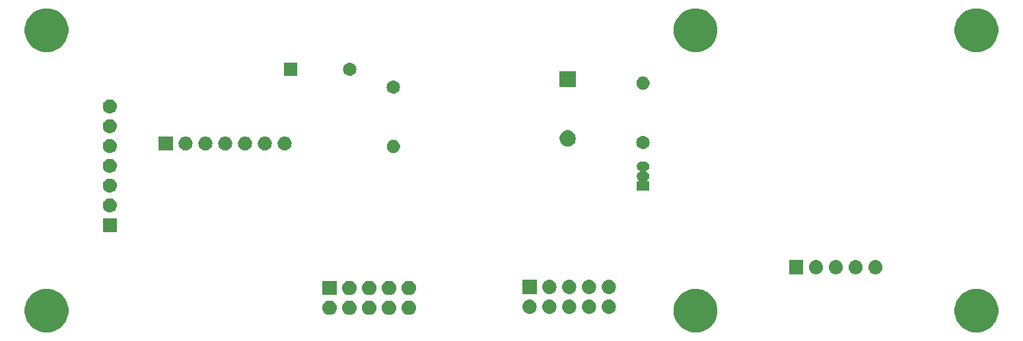
<source format=gts>
G04 #@! TF.GenerationSoftware,KiCad,Pcbnew,5.0.2-bee76a0~70~ubuntu18.04.1*
G04 #@! TF.CreationDate,2019-01-15T17:32:11-08:00*
G04 #@! TF.ProjectId,Marlin_UIBOX,4d61726c-696e-45f5-9549-424f582e6b69,rev?*
G04 #@! TF.SameCoordinates,PX55c0260PY70276d0*
G04 #@! TF.FileFunction,Soldermask,Top*
G04 #@! TF.FilePolarity,Negative*
%FSLAX46Y46*%
G04 Gerber Fmt 4.6, Leading zero omitted, Abs format (unit mm)*
G04 Created by KiCad (PCBNEW 5.0.2-bee76a0~70~ubuntu18.04.1) date Tue 15 Jan 2019 05:32:11 PM PST*
%MOMM*%
%LPD*%
G01*
G04 APERTURE LIST*
%ADD10C,0.100000*%
G04 APERTURE END LIST*
D10*
G36*
X6151021Y5995360D02*
X6660770Y5784215D01*
X6813692Y5682036D01*
X7119534Y5477679D01*
X7509679Y5087534D01*
X7714036Y4781692D01*
X7816215Y4628770D01*
X8027360Y4119021D01*
X8135000Y3577876D01*
X8135000Y3026124D01*
X8027360Y2484979D01*
X7816215Y1975230D01*
X7816214Y1975229D01*
X7509679Y1516466D01*
X7119534Y1126321D01*
X6813692Y921964D01*
X6660770Y819785D01*
X6151021Y608640D01*
X5609876Y501000D01*
X5058124Y501000D01*
X4516979Y608640D01*
X4007230Y819785D01*
X3854308Y921964D01*
X3548466Y1126321D01*
X3158321Y1516466D01*
X2851786Y1975229D01*
X2851785Y1975230D01*
X2640640Y2484979D01*
X2533000Y3026124D01*
X2533000Y3577876D01*
X2640640Y4119021D01*
X2851785Y4628770D01*
X2953964Y4781692D01*
X3158321Y5087534D01*
X3548466Y5477679D01*
X3854308Y5682036D01*
X4007230Y5784215D01*
X4516979Y5995360D01*
X5058124Y6103000D01*
X5609876Y6103000D01*
X6151021Y5995360D01*
X6151021Y5995360D01*
G37*
G36*
X125351021Y5995360D02*
X125860770Y5784215D01*
X126013692Y5682036D01*
X126319534Y5477679D01*
X126709679Y5087534D01*
X126914036Y4781692D01*
X127016215Y4628770D01*
X127227360Y4119021D01*
X127335000Y3577876D01*
X127335000Y3026124D01*
X127227360Y2484979D01*
X127016215Y1975230D01*
X127016214Y1975229D01*
X126709679Y1516466D01*
X126319534Y1126321D01*
X126013692Y921964D01*
X125860770Y819785D01*
X125351021Y608640D01*
X124809876Y501000D01*
X124258124Y501000D01*
X123716979Y608640D01*
X123207230Y819785D01*
X123054308Y921964D01*
X122748466Y1126321D01*
X122358321Y1516466D01*
X122051786Y1975229D01*
X122051785Y1975230D01*
X121840640Y2484979D01*
X121733000Y3026124D01*
X121733000Y3577876D01*
X121840640Y4119021D01*
X122051785Y4628770D01*
X122153964Y4781692D01*
X122358321Y5087534D01*
X122748466Y5477679D01*
X123054308Y5682036D01*
X123207230Y5784215D01*
X123716979Y5995360D01*
X124258124Y6103000D01*
X124809876Y6103000D01*
X125351021Y5995360D01*
X125351021Y5995360D01*
G37*
G36*
X89351021Y5995360D02*
X89860770Y5784215D01*
X90013692Y5682036D01*
X90319534Y5477679D01*
X90709679Y5087534D01*
X90914036Y4781692D01*
X91016215Y4628770D01*
X91227360Y4119021D01*
X91335000Y3577876D01*
X91335000Y3026124D01*
X91227360Y2484979D01*
X91016215Y1975230D01*
X91016214Y1975229D01*
X90709679Y1516466D01*
X90319534Y1126321D01*
X90013692Y921964D01*
X89860770Y819785D01*
X89351021Y608640D01*
X88809876Y501000D01*
X88258124Y501000D01*
X87716979Y608640D01*
X87207230Y819785D01*
X87054308Y921964D01*
X86748466Y1126321D01*
X86358321Y1516466D01*
X86051786Y1975229D01*
X86051785Y1975230D01*
X85840640Y2484979D01*
X85733000Y3026124D01*
X85733000Y3577876D01*
X85840640Y4119021D01*
X86051785Y4628770D01*
X86153964Y4781692D01*
X86358321Y5087534D01*
X86748466Y5477679D01*
X87054308Y5682036D01*
X87207230Y5784215D01*
X87716979Y5995360D01*
X88258124Y6103000D01*
X88809876Y6103000D01*
X89351021Y5995360D01*
X89351021Y5995360D01*
G37*
G36*
X44326294Y4584367D02*
X44498694Y4532069D01*
X44498696Y4532068D01*
X44657583Y4447141D01*
X44796849Y4332849D01*
X44911141Y4193583D01*
X44950995Y4119021D01*
X44996069Y4034694D01*
X45048367Y3862294D01*
X45066025Y3683000D01*
X45048367Y3503706D01*
X44996069Y3331306D01*
X44996068Y3331304D01*
X44911141Y3172417D01*
X44796849Y3033151D01*
X44657583Y2918859D01*
X44613694Y2895400D01*
X44498694Y2833931D01*
X44326294Y2781633D01*
X44191931Y2768400D01*
X44102069Y2768400D01*
X43967706Y2781633D01*
X43795306Y2833931D01*
X43680306Y2895400D01*
X43636417Y2918859D01*
X43497151Y3033151D01*
X43382859Y3172417D01*
X43297932Y3331304D01*
X43297931Y3331306D01*
X43245633Y3503706D01*
X43227975Y3683000D01*
X43245633Y3862294D01*
X43297931Y4034694D01*
X43343005Y4119021D01*
X43382859Y4193583D01*
X43497151Y4332849D01*
X43636417Y4447141D01*
X43795304Y4532068D01*
X43795306Y4532069D01*
X43967706Y4584367D01*
X44102069Y4597600D01*
X44191931Y4597600D01*
X44326294Y4584367D01*
X44326294Y4584367D01*
G37*
G36*
X51946294Y4584367D02*
X52118694Y4532069D01*
X52118696Y4532068D01*
X52277583Y4447141D01*
X52416849Y4332849D01*
X52531141Y4193583D01*
X52570995Y4119021D01*
X52616069Y4034694D01*
X52668367Y3862294D01*
X52686025Y3683000D01*
X52668367Y3503706D01*
X52616069Y3331306D01*
X52616068Y3331304D01*
X52531141Y3172417D01*
X52416849Y3033151D01*
X52277583Y2918859D01*
X52233694Y2895400D01*
X52118694Y2833931D01*
X51946294Y2781633D01*
X51811931Y2768400D01*
X51722069Y2768400D01*
X51587706Y2781633D01*
X51415306Y2833931D01*
X51300306Y2895400D01*
X51256417Y2918859D01*
X51117151Y3033151D01*
X51002859Y3172417D01*
X50917932Y3331304D01*
X50917931Y3331306D01*
X50865633Y3503706D01*
X50847975Y3683000D01*
X50865633Y3862294D01*
X50917931Y4034694D01*
X50963005Y4119021D01*
X51002859Y4193583D01*
X51117151Y4332849D01*
X51256417Y4447141D01*
X51415304Y4532068D01*
X51415306Y4532069D01*
X51587706Y4584367D01*
X51722069Y4597600D01*
X51811931Y4597600D01*
X51946294Y4584367D01*
X51946294Y4584367D01*
G37*
G36*
X41786294Y4584367D02*
X41958694Y4532069D01*
X41958696Y4532068D01*
X42117583Y4447141D01*
X42256849Y4332849D01*
X42371141Y4193583D01*
X42410995Y4119021D01*
X42456069Y4034694D01*
X42508367Y3862294D01*
X42526025Y3683000D01*
X42508367Y3503706D01*
X42456069Y3331306D01*
X42456068Y3331304D01*
X42371141Y3172417D01*
X42256849Y3033151D01*
X42117583Y2918859D01*
X42073694Y2895400D01*
X41958694Y2833931D01*
X41786294Y2781633D01*
X41651931Y2768400D01*
X41562069Y2768400D01*
X41427706Y2781633D01*
X41255306Y2833931D01*
X41140306Y2895400D01*
X41096417Y2918859D01*
X40957151Y3033151D01*
X40842859Y3172417D01*
X40757932Y3331304D01*
X40757931Y3331306D01*
X40705633Y3503706D01*
X40687975Y3683000D01*
X40705633Y3862294D01*
X40757931Y4034694D01*
X40803005Y4119021D01*
X40842859Y4193583D01*
X40957151Y4332849D01*
X41096417Y4447141D01*
X41255304Y4532068D01*
X41255306Y4532069D01*
X41427706Y4584367D01*
X41562069Y4597600D01*
X41651931Y4597600D01*
X41786294Y4584367D01*
X41786294Y4584367D01*
G37*
G36*
X46866294Y4584367D02*
X47038694Y4532069D01*
X47038696Y4532068D01*
X47197583Y4447141D01*
X47336849Y4332849D01*
X47451141Y4193583D01*
X47490995Y4119021D01*
X47536069Y4034694D01*
X47588367Y3862294D01*
X47606025Y3683000D01*
X47588367Y3503706D01*
X47536069Y3331306D01*
X47536068Y3331304D01*
X47451141Y3172417D01*
X47336849Y3033151D01*
X47197583Y2918859D01*
X47153694Y2895400D01*
X47038694Y2833931D01*
X46866294Y2781633D01*
X46731931Y2768400D01*
X46642069Y2768400D01*
X46507706Y2781633D01*
X46335306Y2833931D01*
X46220306Y2895400D01*
X46176417Y2918859D01*
X46037151Y3033151D01*
X45922859Y3172417D01*
X45837932Y3331304D01*
X45837931Y3331306D01*
X45785633Y3503706D01*
X45767975Y3683000D01*
X45785633Y3862294D01*
X45837931Y4034694D01*
X45883005Y4119021D01*
X45922859Y4193583D01*
X46037151Y4332849D01*
X46176417Y4447141D01*
X46335304Y4532068D01*
X46335306Y4532069D01*
X46507706Y4584367D01*
X46642069Y4597600D01*
X46731931Y4597600D01*
X46866294Y4584367D01*
X46866294Y4584367D01*
G37*
G36*
X49406294Y4584367D02*
X49578694Y4532069D01*
X49578696Y4532068D01*
X49737583Y4447141D01*
X49876849Y4332849D01*
X49991141Y4193583D01*
X50030995Y4119021D01*
X50076069Y4034694D01*
X50128367Y3862294D01*
X50146025Y3683000D01*
X50128367Y3503706D01*
X50076069Y3331306D01*
X50076068Y3331304D01*
X49991141Y3172417D01*
X49876849Y3033151D01*
X49737583Y2918859D01*
X49693694Y2895400D01*
X49578694Y2833931D01*
X49406294Y2781633D01*
X49271931Y2768400D01*
X49182069Y2768400D01*
X49047706Y2781633D01*
X48875306Y2833931D01*
X48760306Y2895400D01*
X48716417Y2918859D01*
X48577151Y3033151D01*
X48462859Y3172417D01*
X48377932Y3331304D01*
X48377931Y3331306D01*
X48325633Y3503706D01*
X48307975Y3683000D01*
X48325633Y3862294D01*
X48377931Y4034694D01*
X48423005Y4119021D01*
X48462859Y4193583D01*
X48577151Y4332849D01*
X48716417Y4447141D01*
X48875304Y4532068D01*
X48875306Y4532069D01*
X49047706Y4584367D01*
X49182069Y4597600D01*
X49271931Y4597600D01*
X49406294Y4584367D01*
X49406294Y4584367D01*
G37*
G36*
X69966294Y4711367D02*
X70138694Y4659069D01*
X70138696Y4659068D01*
X70297583Y4574141D01*
X70436849Y4459849D01*
X70541075Y4332849D01*
X70551140Y4320584D01*
X70636069Y4161694D01*
X70688367Y3989294D01*
X70706025Y3810000D01*
X70688367Y3630706D01*
X70649841Y3503706D01*
X70636068Y3458304D01*
X70551141Y3299417D01*
X70436849Y3160151D01*
X70297583Y3045859D01*
X70260665Y3026126D01*
X70138694Y2960931D01*
X69966294Y2908633D01*
X69831931Y2895400D01*
X69742069Y2895400D01*
X69607706Y2908633D01*
X69435306Y2960931D01*
X69313335Y3026126D01*
X69276417Y3045859D01*
X69137151Y3160151D01*
X69022859Y3299417D01*
X68937932Y3458304D01*
X68924159Y3503706D01*
X68885633Y3630706D01*
X68867975Y3810000D01*
X68885633Y3989294D01*
X68937931Y4161694D01*
X69022860Y4320584D01*
X69032926Y4332849D01*
X69137151Y4459849D01*
X69276417Y4574141D01*
X69435304Y4659068D01*
X69435306Y4659069D01*
X69607706Y4711367D01*
X69742069Y4724600D01*
X69831931Y4724600D01*
X69966294Y4711367D01*
X69966294Y4711367D01*
G37*
G36*
X72506294Y4711367D02*
X72678694Y4659069D01*
X72678696Y4659068D01*
X72837583Y4574141D01*
X72976849Y4459849D01*
X73081075Y4332849D01*
X73091140Y4320584D01*
X73176069Y4161694D01*
X73228367Y3989294D01*
X73246025Y3810000D01*
X73228367Y3630706D01*
X73189841Y3503706D01*
X73176068Y3458304D01*
X73091141Y3299417D01*
X72976849Y3160151D01*
X72837583Y3045859D01*
X72800665Y3026126D01*
X72678694Y2960931D01*
X72506294Y2908633D01*
X72371931Y2895400D01*
X72282069Y2895400D01*
X72147706Y2908633D01*
X71975306Y2960931D01*
X71853335Y3026126D01*
X71816417Y3045859D01*
X71677151Y3160151D01*
X71562859Y3299417D01*
X71477932Y3458304D01*
X71464159Y3503706D01*
X71425633Y3630706D01*
X71407975Y3810000D01*
X71425633Y3989294D01*
X71477931Y4161694D01*
X71562860Y4320584D01*
X71572926Y4332849D01*
X71677151Y4459849D01*
X71816417Y4574141D01*
X71975304Y4659068D01*
X71975306Y4659069D01*
X72147706Y4711367D01*
X72282069Y4724600D01*
X72371931Y4724600D01*
X72506294Y4711367D01*
X72506294Y4711367D01*
G37*
G36*
X75046294Y4711367D02*
X75218694Y4659069D01*
X75218696Y4659068D01*
X75377583Y4574141D01*
X75516849Y4459849D01*
X75621075Y4332849D01*
X75631140Y4320584D01*
X75716069Y4161694D01*
X75768367Y3989294D01*
X75786025Y3810000D01*
X75768367Y3630706D01*
X75729841Y3503706D01*
X75716068Y3458304D01*
X75631141Y3299417D01*
X75516849Y3160151D01*
X75377583Y3045859D01*
X75340665Y3026126D01*
X75218694Y2960931D01*
X75046294Y2908633D01*
X74911931Y2895400D01*
X74822069Y2895400D01*
X74687706Y2908633D01*
X74515306Y2960931D01*
X74393335Y3026126D01*
X74356417Y3045859D01*
X74217151Y3160151D01*
X74102859Y3299417D01*
X74017932Y3458304D01*
X74004159Y3503706D01*
X73965633Y3630706D01*
X73947975Y3810000D01*
X73965633Y3989294D01*
X74017931Y4161694D01*
X74102860Y4320584D01*
X74112926Y4332849D01*
X74217151Y4459849D01*
X74356417Y4574141D01*
X74515304Y4659068D01*
X74515306Y4659069D01*
X74687706Y4711367D01*
X74822069Y4724600D01*
X74911931Y4724600D01*
X75046294Y4711367D01*
X75046294Y4711367D01*
G37*
G36*
X77586294Y4711367D02*
X77758694Y4659069D01*
X77758696Y4659068D01*
X77917583Y4574141D01*
X78056849Y4459849D01*
X78161075Y4332849D01*
X78171140Y4320584D01*
X78256069Y4161694D01*
X78308367Y3989294D01*
X78326025Y3810000D01*
X78308367Y3630706D01*
X78269841Y3503706D01*
X78256068Y3458304D01*
X78171141Y3299417D01*
X78056849Y3160151D01*
X77917583Y3045859D01*
X77880665Y3026126D01*
X77758694Y2960931D01*
X77586294Y2908633D01*
X77451931Y2895400D01*
X77362069Y2895400D01*
X77227706Y2908633D01*
X77055306Y2960931D01*
X76933335Y3026126D01*
X76896417Y3045859D01*
X76757151Y3160151D01*
X76642859Y3299417D01*
X76557932Y3458304D01*
X76544159Y3503706D01*
X76505633Y3630706D01*
X76487975Y3810000D01*
X76505633Y3989294D01*
X76557931Y4161694D01*
X76642860Y4320584D01*
X76652926Y4332849D01*
X76757151Y4459849D01*
X76896417Y4574141D01*
X77055304Y4659068D01*
X77055306Y4659069D01*
X77227706Y4711367D01*
X77362069Y4724600D01*
X77451931Y4724600D01*
X77586294Y4711367D01*
X77586294Y4711367D01*
G37*
G36*
X67426294Y4711367D02*
X67598694Y4659069D01*
X67598696Y4659068D01*
X67757583Y4574141D01*
X67896849Y4459849D01*
X68001075Y4332849D01*
X68011140Y4320584D01*
X68096069Y4161694D01*
X68148367Y3989294D01*
X68166025Y3810000D01*
X68148367Y3630706D01*
X68109841Y3503706D01*
X68096068Y3458304D01*
X68011141Y3299417D01*
X67896849Y3160151D01*
X67757583Y3045859D01*
X67720665Y3026126D01*
X67598694Y2960931D01*
X67426294Y2908633D01*
X67291931Y2895400D01*
X67202069Y2895400D01*
X67067706Y2908633D01*
X66895306Y2960931D01*
X66773335Y3026126D01*
X66736417Y3045859D01*
X66597151Y3160151D01*
X66482859Y3299417D01*
X66397932Y3458304D01*
X66384159Y3503706D01*
X66345633Y3630706D01*
X66327975Y3810000D01*
X66345633Y3989294D01*
X66397931Y4161694D01*
X66482860Y4320584D01*
X66492926Y4332849D01*
X66597151Y4459849D01*
X66736417Y4574141D01*
X66895304Y4659068D01*
X66895306Y4659069D01*
X67067706Y4711367D01*
X67202069Y4724600D01*
X67291931Y4724600D01*
X67426294Y4711367D01*
X67426294Y4711367D01*
G37*
G36*
X51946294Y7124367D02*
X52118694Y7072069D01*
X52118696Y7072068D01*
X52277583Y6987141D01*
X52277585Y6987140D01*
X52277584Y6987140D01*
X52416849Y6872849D01*
X52531140Y6733584D01*
X52616069Y6574694D01*
X52668367Y6402294D01*
X52686025Y6223000D01*
X52668367Y6043706D01*
X52616069Y5871306D01*
X52616068Y5871304D01*
X52531141Y5712417D01*
X52416849Y5573151D01*
X52277583Y5458859D01*
X52233694Y5435400D01*
X52118694Y5373931D01*
X51946294Y5321633D01*
X51811931Y5308400D01*
X51722069Y5308400D01*
X51587706Y5321633D01*
X51415306Y5373931D01*
X51300306Y5435400D01*
X51256417Y5458859D01*
X51117151Y5573151D01*
X51002859Y5712417D01*
X50917932Y5871304D01*
X50917931Y5871306D01*
X50865633Y6043706D01*
X50847975Y6223000D01*
X50865633Y6402294D01*
X50917931Y6574694D01*
X51002860Y6733584D01*
X51117151Y6872849D01*
X51256416Y6987140D01*
X51256415Y6987140D01*
X51256417Y6987141D01*
X51415304Y7072068D01*
X51415306Y7072069D01*
X51587706Y7124367D01*
X51722069Y7137600D01*
X51811931Y7137600D01*
X51946294Y7124367D01*
X51946294Y7124367D01*
G37*
G36*
X42521600Y5308400D02*
X40692400Y5308400D01*
X40692400Y7137600D01*
X42521600Y7137600D01*
X42521600Y5308400D01*
X42521600Y5308400D01*
G37*
G36*
X44326294Y7124367D02*
X44498694Y7072069D01*
X44498696Y7072068D01*
X44657583Y6987141D01*
X44657585Y6987140D01*
X44657584Y6987140D01*
X44796849Y6872849D01*
X44911140Y6733584D01*
X44996069Y6574694D01*
X45048367Y6402294D01*
X45066025Y6223000D01*
X45048367Y6043706D01*
X44996069Y5871306D01*
X44996068Y5871304D01*
X44911141Y5712417D01*
X44796849Y5573151D01*
X44657583Y5458859D01*
X44613694Y5435400D01*
X44498694Y5373931D01*
X44326294Y5321633D01*
X44191931Y5308400D01*
X44102069Y5308400D01*
X43967706Y5321633D01*
X43795306Y5373931D01*
X43680306Y5435400D01*
X43636417Y5458859D01*
X43497151Y5573151D01*
X43382859Y5712417D01*
X43297932Y5871304D01*
X43297931Y5871306D01*
X43245633Y6043706D01*
X43227975Y6223000D01*
X43245633Y6402294D01*
X43297931Y6574694D01*
X43382860Y6733584D01*
X43497151Y6872849D01*
X43636416Y6987140D01*
X43636415Y6987140D01*
X43636417Y6987141D01*
X43795304Y7072068D01*
X43795306Y7072069D01*
X43967706Y7124367D01*
X44102069Y7137600D01*
X44191931Y7137600D01*
X44326294Y7124367D01*
X44326294Y7124367D01*
G37*
G36*
X46866294Y7124367D02*
X47038694Y7072069D01*
X47038696Y7072068D01*
X47197583Y6987141D01*
X47197585Y6987140D01*
X47197584Y6987140D01*
X47336849Y6872849D01*
X47451140Y6733584D01*
X47536069Y6574694D01*
X47588367Y6402294D01*
X47606025Y6223000D01*
X47588367Y6043706D01*
X47536069Y5871306D01*
X47536068Y5871304D01*
X47451141Y5712417D01*
X47336849Y5573151D01*
X47197583Y5458859D01*
X47153694Y5435400D01*
X47038694Y5373931D01*
X46866294Y5321633D01*
X46731931Y5308400D01*
X46642069Y5308400D01*
X46507706Y5321633D01*
X46335306Y5373931D01*
X46220306Y5435400D01*
X46176417Y5458859D01*
X46037151Y5573151D01*
X45922859Y5712417D01*
X45837932Y5871304D01*
X45837931Y5871306D01*
X45785633Y6043706D01*
X45767975Y6223000D01*
X45785633Y6402294D01*
X45837931Y6574694D01*
X45922860Y6733584D01*
X46037151Y6872849D01*
X46176416Y6987140D01*
X46176415Y6987140D01*
X46176417Y6987141D01*
X46335304Y7072068D01*
X46335306Y7072069D01*
X46507706Y7124367D01*
X46642069Y7137600D01*
X46731931Y7137600D01*
X46866294Y7124367D01*
X46866294Y7124367D01*
G37*
G36*
X49406294Y7124367D02*
X49578694Y7072069D01*
X49578696Y7072068D01*
X49737583Y6987141D01*
X49737585Y6987140D01*
X49737584Y6987140D01*
X49876849Y6872849D01*
X49991140Y6733584D01*
X50076069Y6574694D01*
X50128367Y6402294D01*
X50146025Y6223000D01*
X50128367Y6043706D01*
X50076069Y5871306D01*
X50076068Y5871304D01*
X49991141Y5712417D01*
X49876849Y5573151D01*
X49737583Y5458859D01*
X49693694Y5435400D01*
X49578694Y5373931D01*
X49406294Y5321633D01*
X49271931Y5308400D01*
X49182069Y5308400D01*
X49047706Y5321633D01*
X48875306Y5373931D01*
X48760306Y5435400D01*
X48716417Y5458859D01*
X48577151Y5573151D01*
X48462859Y5712417D01*
X48377932Y5871304D01*
X48377931Y5871306D01*
X48325633Y6043706D01*
X48307975Y6223000D01*
X48325633Y6402294D01*
X48377931Y6574694D01*
X48462860Y6733584D01*
X48577151Y6872849D01*
X48716416Y6987140D01*
X48716415Y6987140D01*
X48716417Y6987141D01*
X48875304Y7072068D01*
X48875306Y7072069D01*
X49047706Y7124367D01*
X49182069Y7137600D01*
X49271931Y7137600D01*
X49406294Y7124367D01*
X49406294Y7124367D01*
G37*
G36*
X68161600Y5435400D02*
X66332400Y5435400D01*
X66332400Y7264600D01*
X68161600Y7264600D01*
X68161600Y5435400D01*
X68161600Y5435400D01*
G37*
G36*
X77586294Y7251367D02*
X77758694Y7199069D01*
X77758696Y7199068D01*
X77917583Y7114141D01*
X78056849Y6999849D01*
X78161075Y6872849D01*
X78171140Y6860584D01*
X78256069Y6701694D01*
X78308367Y6529294D01*
X78326025Y6350000D01*
X78308367Y6170706D01*
X78269841Y6043706D01*
X78256068Y5998304D01*
X78171141Y5839417D01*
X78056849Y5700151D01*
X77917583Y5585859D01*
X77758696Y5500932D01*
X77758694Y5500931D01*
X77586294Y5448633D01*
X77451931Y5435400D01*
X77362069Y5435400D01*
X77227706Y5448633D01*
X77055306Y5500931D01*
X77055304Y5500932D01*
X76896417Y5585859D01*
X76757151Y5700151D01*
X76642859Y5839417D01*
X76557932Y5998304D01*
X76544159Y6043706D01*
X76505633Y6170706D01*
X76487975Y6350000D01*
X76505633Y6529294D01*
X76557931Y6701694D01*
X76642860Y6860584D01*
X76652926Y6872849D01*
X76757151Y6999849D01*
X76896417Y7114141D01*
X77055304Y7199068D01*
X77055306Y7199069D01*
X77227706Y7251367D01*
X77362069Y7264600D01*
X77451931Y7264600D01*
X77586294Y7251367D01*
X77586294Y7251367D01*
G37*
G36*
X69966294Y7251367D02*
X70138694Y7199069D01*
X70138696Y7199068D01*
X70297583Y7114141D01*
X70436849Y6999849D01*
X70541075Y6872849D01*
X70551140Y6860584D01*
X70636069Y6701694D01*
X70688367Y6529294D01*
X70706025Y6350000D01*
X70688367Y6170706D01*
X70649841Y6043706D01*
X70636068Y5998304D01*
X70551141Y5839417D01*
X70436849Y5700151D01*
X70297583Y5585859D01*
X70138696Y5500932D01*
X70138694Y5500931D01*
X69966294Y5448633D01*
X69831931Y5435400D01*
X69742069Y5435400D01*
X69607706Y5448633D01*
X69435306Y5500931D01*
X69435304Y5500932D01*
X69276417Y5585859D01*
X69137151Y5700151D01*
X69022859Y5839417D01*
X68937932Y5998304D01*
X68924159Y6043706D01*
X68885633Y6170706D01*
X68867975Y6350000D01*
X68885633Y6529294D01*
X68937931Y6701694D01*
X69022860Y6860584D01*
X69032926Y6872849D01*
X69137151Y6999849D01*
X69276417Y7114141D01*
X69435304Y7199068D01*
X69435306Y7199069D01*
X69607706Y7251367D01*
X69742069Y7264600D01*
X69831931Y7264600D01*
X69966294Y7251367D01*
X69966294Y7251367D01*
G37*
G36*
X75046294Y7251367D02*
X75218694Y7199069D01*
X75218696Y7199068D01*
X75377583Y7114141D01*
X75516849Y6999849D01*
X75621075Y6872849D01*
X75631140Y6860584D01*
X75716069Y6701694D01*
X75768367Y6529294D01*
X75786025Y6350000D01*
X75768367Y6170706D01*
X75729841Y6043706D01*
X75716068Y5998304D01*
X75631141Y5839417D01*
X75516849Y5700151D01*
X75377583Y5585859D01*
X75218696Y5500932D01*
X75218694Y5500931D01*
X75046294Y5448633D01*
X74911931Y5435400D01*
X74822069Y5435400D01*
X74687706Y5448633D01*
X74515306Y5500931D01*
X74515304Y5500932D01*
X74356417Y5585859D01*
X74217151Y5700151D01*
X74102859Y5839417D01*
X74017932Y5998304D01*
X74004159Y6043706D01*
X73965633Y6170706D01*
X73947975Y6350000D01*
X73965633Y6529294D01*
X74017931Y6701694D01*
X74102860Y6860584D01*
X74112926Y6872849D01*
X74217151Y6999849D01*
X74356417Y7114141D01*
X74515304Y7199068D01*
X74515306Y7199069D01*
X74687706Y7251367D01*
X74822069Y7264600D01*
X74911931Y7264600D01*
X75046294Y7251367D01*
X75046294Y7251367D01*
G37*
G36*
X72506294Y7251367D02*
X72678694Y7199069D01*
X72678696Y7199068D01*
X72837583Y7114141D01*
X72976849Y6999849D01*
X73081075Y6872849D01*
X73091140Y6860584D01*
X73176069Y6701694D01*
X73228367Y6529294D01*
X73246025Y6350000D01*
X73228367Y6170706D01*
X73189841Y6043706D01*
X73176068Y5998304D01*
X73091141Y5839417D01*
X72976849Y5700151D01*
X72837583Y5585859D01*
X72678696Y5500932D01*
X72678694Y5500931D01*
X72506294Y5448633D01*
X72371931Y5435400D01*
X72282069Y5435400D01*
X72147706Y5448633D01*
X71975306Y5500931D01*
X71975304Y5500932D01*
X71816417Y5585859D01*
X71677151Y5700151D01*
X71562859Y5839417D01*
X71477932Y5998304D01*
X71464159Y6043706D01*
X71425633Y6170706D01*
X71407975Y6350000D01*
X71425633Y6529294D01*
X71477931Y6701694D01*
X71562860Y6860584D01*
X71572926Y6872849D01*
X71677151Y6999849D01*
X71816417Y7114141D01*
X71975304Y7199068D01*
X71975306Y7199069D01*
X72147706Y7251367D01*
X72282069Y7264600D01*
X72371931Y7264600D01*
X72506294Y7251367D01*
X72506294Y7251367D01*
G37*
G36*
X111699442Y9787482D02*
X111765627Y9780963D01*
X111878853Y9746616D01*
X111935467Y9729443D01*
X112074087Y9655348D01*
X112091991Y9645778D01*
X112127729Y9616448D01*
X112229186Y9533186D01*
X112312448Y9431729D01*
X112341778Y9395991D01*
X112341779Y9395989D01*
X112425443Y9239467D01*
X112425443Y9239466D01*
X112476963Y9069627D01*
X112494359Y8893000D01*
X112476963Y8716373D01*
X112442616Y8603147D01*
X112425443Y8546533D01*
X112351348Y8407913D01*
X112341778Y8390009D01*
X112312448Y8354271D01*
X112229186Y8252814D01*
X112127729Y8169552D01*
X112091991Y8140222D01*
X112091989Y8140221D01*
X111935467Y8056557D01*
X111878853Y8039384D01*
X111765627Y8005037D01*
X111699442Y7998518D01*
X111633260Y7992000D01*
X111544740Y7992000D01*
X111478558Y7998518D01*
X111412373Y8005037D01*
X111299147Y8039384D01*
X111242533Y8056557D01*
X111086011Y8140221D01*
X111086009Y8140222D01*
X111050271Y8169552D01*
X110948814Y8252814D01*
X110865552Y8354271D01*
X110836222Y8390009D01*
X110826652Y8407913D01*
X110752557Y8546533D01*
X110735384Y8603147D01*
X110701037Y8716373D01*
X110683641Y8893000D01*
X110701037Y9069627D01*
X110752557Y9239466D01*
X110752557Y9239467D01*
X110836221Y9395989D01*
X110836222Y9395991D01*
X110865552Y9431729D01*
X110948814Y9533186D01*
X111050271Y9616448D01*
X111086009Y9645778D01*
X111103913Y9655348D01*
X111242533Y9729443D01*
X111299147Y9746616D01*
X111412373Y9780963D01*
X111478558Y9787482D01*
X111544740Y9794000D01*
X111633260Y9794000D01*
X111699442Y9787482D01*
X111699442Y9787482D01*
G37*
G36*
X109159442Y9787482D02*
X109225627Y9780963D01*
X109338853Y9746616D01*
X109395467Y9729443D01*
X109534087Y9655348D01*
X109551991Y9645778D01*
X109587729Y9616448D01*
X109689186Y9533186D01*
X109772448Y9431729D01*
X109801778Y9395991D01*
X109801779Y9395989D01*
X109885443Y9239467D01*
X109885443Y9239466D01*
X109936963Y9069627D01*
X109954359Y8893000D01*
X109936963Y8716373D01*
X109902616Y8603147D01*
X109885443Y8546533D01*
X109811348Y8407913D01*
X109801778Y8390009D01*
X109772448Y8354271D01*
X109689186Y8252814D01*
X109587729Y8169552D01*
X109551991Y8140222D01*
X109551989Y8140221D01*
X109395467Y8056557D01*
X109338853Y8039384D01*
X109225627Y8005037D01*
X109159442Y7998518D01*
X109093260Y7992000D01*
X109004740Y7992000D01*
X108938558Y7998518D01*
X108872373Y8005037D01*
X108759147Y8039384D01*
X108702533Y8056557D01*
X108546011Y8140221D01*
X108546009Y8140222D01*
X108510271Y8169552D01*
X108408814Y8252814D01*
X108325552Y8354271D01*
X108296222Y8390009D01*
X108286652Y8407913D01*
X108212557Y8546533D01*
X108195384Y8603147D01*
X108161037Y8716373D01*
X108143641Y8893000D01*
X108161037Y9069627D01*
X108212557Y9239466D01*
X108212557Y9239467D01*
X108296221Y9395989D01*
X108296222Y9395991D01*
X108325552Y9431729D01*
X108408814Y9533186D01*
X108510271Y9616448D01*
X108546009Y9645778D01*
X108563913Y9655348D01*
X108702533Y9729443D01*
X108759147Y9746616D01*
X108872373Y9780963D01*
X108938558Y9787482D01*
X109004740Y9794000D01*
X109093260Y9794000D01*
X109159442Y9787482D01*
X109159442Y9787482D01*
G37*
G36*
X104079442Y9787482D02*
X104145627Y9780963D01*
X104258853Y9746616D01*
X104315467Y9729443D01*
X104454087Y9655348D01*
X104471991Y9645778D01*
X104507729Y9616448D01*
X104609186Y9533186D01*
X104692448Y9431729D01*
X104721778Y9395991D01*
X104721779Y9395989D01*
X104805443Y9239467D01*
X104805443Y9239466D01*
X104856963Y9069627D01*
X104874359Y8893000D01*
X104856963Y8716373D01*
X104822616Y8603147D01*
X104805443Y8546533D01*
X104731348Y8407913D01*
X104721778Y8390009D01*
X104692448Y8354271D01*
X104609186Y8252814D01*
X104507729Y8169552D01*
X104471991Y8140222D01*
X104471989Y8140221D01*
X104315467Y8056557D01*
X104258853Y8039384D01*
X104145627Y8005037D01*
X104079442Y7998518D01*
X104013260Y7992000D01*
X103924740Y7992000D01*
X103858558Y7998518D01*
X103792373Y8005037D01*
X103679147Y8039384D01*
X103622533Y8056557D01*
X103466011Y8140221D01*
X103466009Y8140222D01*
X103430271Y8169552D01*
X103328814Y8252814D01*
X103245552Y8354271D01*
X103216222Y8390009D01*
X103206652Y8407913D01*
X103132557Y8546533D01*
X103115384Y8603147D01*
X103081037Y8716373D01*
X103063641Y8893000D01*
X103081037Y9069627D01*
X103132557Y9239466D01*
X103132557Y9239467D01*
X103216221Y9395989D01*
X103216222Y9395991D01*
X103245552Y9431729D01*
X103328814Y9533186D01*
X103430271Y9616448D01*
X103466009Y9645778D01*
X103483913Y9655348D01*
X103622533Y9729443D01*
X103679147Y9746616D01*
X103792373Y9780963D01*
X103858558Y9787482D01*
X103924740Y9794000D01*
X104013260Y9794000D01*
X104079442Y9787482D01*
X104079442Y9787482D01*
G37*
G36*
X102330000Y7992000D02*
X100528000Y7992000D01*
X100528000Y9794000D01*
X102330000Y9794000D01*
X102330000Y7992000D01*
X102330000Y7992000D01*
G37*
G36*
X106619442Y9787482D02*
X106685627Y9780963D01*
X106798853Y9746616D01*
X106855467Y9729443D01*
X106994087Y9655348D01*
X107011991Y9645778D01*
X107047729Y9616448D01*
X107149186Y9533186D01*
X107232448Y9431729D01*
X107261778Y9395991D01*
X107261779Y9395989D01*
X107345443Y9239467D01*
X107345443Y9239466D01*
X107396963Y9069627D01*
X107414359Y8893000D01*
X107396963Y8716373D01*
X107362616Y8603147D01*
X107345443Y8546533D01*
X107271348Y8407913D01*
X107261778Y8390009D01*
X107232448Y8354271D01*
X107149186Y8252814D01*
X107047729Y8169552D01*
X107011991Y8140222D01*
X107011989Y8140221D01*
X106855467Y8056557D01*
X106798853Y8039384D01*
X106685627Y8005037D01*
X106619442Y7998518D01*
X106553260Y7992000D01*
X106464740Y7992000D01*
X106398558Y7998518D01*
X106332373Y8005037D01*
X106219147Y8039384D01*
X106162533Y8056557D01*
X106006011Y8140221D01*
X106006009Y8140222D01*
X105970271Y8169552D01*
X105868814Y8252814D01*
X105785552Y8354271D01*
X105756222Y8390009D01*
X105746652Y8407913D01*
X105672557Y8546533D01*
X105655384Y8603147D01*
X105621037Y8716373D01*
X105603641Y8893000D01*
X105621037Y9069627D01*
X105672557Y9239466D01*
X105672557Y9239467D01*
X105756221Y9395989D01*
X105756222Y9395991D01*
X105785552Y9431729D01*
X105868814Y9533186D01*
X105970271Y9616448D01*
X106006009Y9645778D01*
X106023913Y9655348D01*
X106162533Y9729443D01*
X106219147Y9746616D01*
X106332373Y9780963D01*
X106398558Y9787482D01*
X106464740Y9794000D01*
X106553260Y9794000D01*
X106619442Y9787482D01*
X106619442Y9787482D01*
G37*
G36*
X14335000Y13381000D02*
X12533000Y13381000D01*
X12533000Y15183000D01*
X14335000Y15183000D01*
X14335000Y13381000D01*
X14335000Y13381000D01*
G37*
G36*
X13544442Y17716482D02*
X13610627Y17709963D01*
X13723853Y17675616D01*
X13780467Y17658443D01*
X13919087Y17584348D01*
X13936991Y17574778D01*
X13972729Y17545448D01*
X14074186Y17462186D01*
X14157448Y17360729D01*
X14186778Y17324991D01*
X14186779Y17324989D01*
X14270443Y17168467D01*
X14270443Y17168466D01*
X14321963Y16998627D01*
X14339359Y16822000D01*
X14321963Y16645373D01*
X14287616Y16532147D01*
X14270443Y16475533D01*
X14196348Y16336913D01*
X14186778Y16319009D01*
X14157448Y16283271D01*
X14074186Y16181814D01*
X13972729Y16098552D01*
X13936991Y16069222D01*
X13936989Y16069221D01*
X13780467Y15985557D01*
X13723853Y15968384D01*
X13610627Y15934037D01*
X13544443Y15927519D01*
X13478260Y15921000D01*
X13389740Y15921000D01*
X13323557Y15927519D01*
X13257373Y15934037D01*
X13144147Y15968384D01*
X13087533Y15985557D01*
X12931011Y16069221D01*
X12931009Y16069222D01*
X12895271Y16098552D01*
X12793814Y16181814D01*
X12710552Y16283271D01*
X12681222Y16319009D01*
X12671652Y16336913D01*
X12597557Y16475533D01*
X12580384Y16532147D01*
X12546037Y16645373D01*
X12528641Y16822000D01*
X12546037Y16998627D01*
X12597557Y17168466D01*
X12597557Y17168467D01*
X12681221Y17324989D01*
X12681222Y17324991D01*
X12710552Y17360729D01*
X12793814Y17462186D01*
X12895271Y17545448D01*
X12931009Y17574778D01*
X12948913Y17584348D01*
X13087533Y17658443D01*
X13144147Y17675616D01*
X13257373Y17709963D01*
X13323557Y17716481D01*
X13389740Y17723000D01*
X13478260Y17723000D01*
X13544442Y17716482D01*
X13544442Y17716482D01*
G37*
G36*
X13544443Y20256481D02*
X13610627Y20249963D01*
X13723853Y20215616D01*
X13780467Y20198443D01*
X13843527Y20164736D01*
X13936991Y20114778D01*
X13963825Y20092756D01*
X14074186Y20002186D01*
X14151174Y19908374D01*
X14186778Y19864991D01*
X14186779Y19864989D01*
X14270443Y19708467D01*
X14270443Y19708466D01*
X14321963Y19538627D01*
X14339359Y19362000D01*
X14321963Y19185373D01*
X14287616Y19072147D01*
X14270443Y19015533D01*
X14196348Y18876913D01*
X14186778Y18859009D01*
X14157448Y18823271D01*
X14074186Y18721814D01*
X13972729Y18638552D01*
X13936991Y18609222D01*
X13936989Y18609221D01*
X13780467Y18525557D01*
X13723853Y18508384D01*
X13610627Y18474037D01*
X13544442Y18467518D01*
X13478260Y18461000D01*
X13389740Y18461000D01*
X13323558Y18467518D01*
X13257373Y18474037D01*
X13144147Y18508384D01*
X13087533Y18525557D01*
X12931011Y18609221D01*
X12931009Y18609222D01*
X12895271Y18638552D01*
X12793814Y18721814D01*
X12710552Y18823271D01*
X12681222Y18859009D01*
X12671652Y18876913D01*
X12597557Y19015533D01*
X12580384Y19072147D01*
X12546037Y19185373D01*
X12528641Y19362000D01*
X12546037Y19538627D01*
X12597557Y19708466D01*
X12597557Y19708467D01*
X12681221Y19864989D01*
X12681222Y19864991D01*
X12716826Y19908374D01*
X12793814Y20002186D01*
X12904175Y20092756D01*
X12931009Y20114778D01*
X13024473Y20164736D01*
X13087533Y20198443D01*
X13144147Y20215616D01*
X13257373Y20249963D01*
X13323558Y20256482D01*
X13389740Y20263000D01*
X13478260Y20263000D01*
X13544443Y20256481D01*
X13544443Y20256481D01*
G37*
G36*
X82125916Y22411666D02*
X82234492Y22378729D01*
X82334557Y22325244D01*
X82422264Y22253264D01*
X82494244Y22165557D01*
X82547729Y22065492D01*
X82580666Y21956916D01*
X82591787Y21844000D01*
X82580666Y21731084D01*
X82547729Y21622508D01*
X82547726Y21622503D01*
X82494244Y21522443D01*
X82422264Y21434736D01*
X82334557Y21362756D01*
X82253143Y21319240D01*
X82232768Y21305627D01*
X82215441Y21288299D01*
X82201827Y21267925D01*
X82192450Y21245286D01*
X82187669Y21221253D01*
X82187669Y21196748D01*
X82192449Y21172715D01*
X82201827Y21150076D01*
X82215440Y21129701D01*
X82232768Y21112374D01*
X82253143Y21098760D01*
X82334557Y21055244D01*
X82422264Y20983264D01*
X82494244Y20895557D01*
X82547729Y20795492D01*
X82580666Y20686916D01*
X82591787Y20574000D01*
X82580666Y20461084D01*
X82547729Y20352508D01*
X82547726Y20352503D01*
X82494244Y20252443D01*
X82422264Y20164736D01*
X82345365Y20101626D01*
X82328038Y20084299D01*
X82314424Y20063924D01*
X82305046Y20041285D01*
X82300266Y20017252D01*
X82300266Y19992748D01*
X82305047Y19968714D01*
X82314424Y19946075D01*
X82328038Y19925701D01*
X82345365Y19908374D01*
X82365740Y19894760D01*
X82388379Y19885382D01*
X82424664Y19880000D01*
X82589000Y19880000D01*
X82589000Y18728000D01*
X80987000Y18728000D01*
X80987000Y19880000D01*
X81151336Y19880000D01*
X81175722Y19882402D01*
X81199171Y19889515D01*
X81220782Y19901066D01*
X81239724Y19916612D01*
X81255270Y19935554D01*
X81266821Y19957165D01*
X81273934Y19980614D01*
X81276336Y20005000D01*
X81273934Y20029386D01*
X81266821Y20052835D01*
X81255270Y20074446D01*
X81230635Y20101626D01*
X81153736Y20164736D01*
X81081756Y20252443D01*
X81028274Y20352503D01*
X81028271Y20352508D01*
X80995334Y20461084D01*
X80984213Y20574000D01*
X80995334Y20686916D01*
X81028271Y20795492D01*
X81081756Y20895557D01*
X81153736Y20983264D01*
X81241443Y21055244D01*
X81322857Y21098760D01*
X81343232Y21112373D01*
X81360559Y21129701D01*
X81374173Y21150075D01*
X81383550Y21172714D01*
X81388331Y21196747D01*
X81388331Y21221252D01*
X81383551Y21245285D01*
X81374173Y21267924D01*
X81360560Y21288299D01*
X81343232Y21305626D01*
X81322857Y21319240D01*
X81241443Y21362756D01*
X81153736Y21434736D01*
X81081756Y21522443D01*
X81028274Y21622503D01*
X81028271Y21622508D01*
X80995334Y21731084D01*
X80984213Y21844000D01*
X80995334Y21956916D01*
X81028271Y22065492D01*
X81081756Y22165557D01*
X81153736Y22253264D01*
X81241443Y22325244D01*
X81341508Y22378729D01*
X81450084Y22411666D01*
X81534702Y22420000D01*
X82041298Y22420000D01*
X82125916Y22411666D01*
X82125916Y22411666D01*
G37*
G36*
X13544443Y22796481D02*
X13610627Y22789963D01*
X13723853Y22755616D01*
X13780467Y22738443D01*
X13919087Y22664348D01*
X13936991Y22654778D01*
X13972729Y22625448D01*
X14074186Y22542186D01*
X14157448Y22440729D01*
X14186778Y22404991D01*
X14186779Y22404989D01*
X14270443Y22248467D01*
X14270443Y22248466D01*
X14321963Y22078627D01*
X14339359Y21902000D01*
X14321963Y21725373D01*
X14290759Y21622508D01*
X14270443Y21555533D01*
X14205875Y21434736D01*
X14186778Y21399009D01*
X14157448Y21363271D01*
X14074186Y21261814D01*
X13994900Y21196747D01*
X13936991Y21149222D01*
X13936989Y21149221D01*
X13780467Y21065557D01*
X13746469Y21055244D01*
X13610627Y21014037D01*
X13544443Y21007519D01*
X13478260Y21001000D01*
X13389740Y21001000D01*
X13323557Y21007519D01*
X13257373Y21014037D01*
X13121531Y21055244D01*
X13087533Y21065557D01*
X12931011Y21149221D01*
X12931009Y21149222D01*
X12873100Y21196747D01*
X12793814Y21261814D01*
X12710552Y21363271D01*
X12681222Y21399009D01*
X12662125Y21434736D01*
X12597557Y21555533D01*
X12577241Y21622508D01*
X12546037Y21725373D01*
X12528641Y21902000D01*
X12546037Y22078627D01*
X12597557Y22248466D01*
X12597557Y22248467D01*
X12681221Y22404989D01*
X12681222Y22404991D01*
X12710552Y22440729D01*
X12793814Y22542186D01*
X12895271Y22625448D01*
X12931009Y22654778D01*
X12948913Y22664348D01*
X13087533Y22738443D01*
X13144147Y22755616D01*
X13257373Y22789963D01*
X13323557Y22796481D01*
X13389740Y22803000D01*
X13478260Y22803000D01*
X13544443Y22796481D01*
X13544443Y22796481D01*
G37*
G36*
X50032228Y25202297D02*
X50187100Y25138147D01*
X50326481Y25045015D01*
X50445015Y24926481D01*
X50538147Y24787100D01*
X50602297Y24632228D01*
X50635000Y24467816D01*
X50635000Y24300184D01*
X50602297Y24135772D01*
X50538147Y23980900D01*
X50445015Y23841519D01*
X50326481Y23722985D01*
X50187100Y23629853D01*
X50032228Y23565703D01*
X49867816Y23533000D01*
X49700184Y23533000D01*
X49535772Y23565703D01*
X49380900Y23629853D01*
X49241519Y23722985D01*
X49122985Y23841519D01*
X49029853Y23980900D01*
X48965703Y24135772D01*
X48933000Y24300184D01*
X48933000Y24467816D01*
X48965703Y24632228D01*
X49029853Y24787100D01*
X49122985Y24926481D01*
X49241519Y25045015D01*
X49380900Y25138147D01*
X49535772Y25202297D01*
X49700184Y25235000D01*
X49867816Y25235000D01*
X50032228Y25202297D01*
X50032228Y25202297D01*
G37*
G36*
X13544442Y25336482D02*
X13610627Y25329963D01*
X13723853Y25295616D01*
X13780467Y25278443D01*
X13861742Y25235000D01*
X13936991Y25194778D01*
X13972729Y25165448D01*
X14074186Y25082186D01*
X14157448Y24980729D01*
X14186778Y24944991D01*
X14186779Y24944989D01*
X14270443Y24788467D01*
X14276045Y24770000D01*
X14321963Y24618627D01*
X14339359Y24442000D01*
X14321963Y24265373D01*
X14296367Y24180995D01*
X14270443Y24095533D01*
X14241294Y24041000D01*
X14186778Y23939009D01*
X14157448Y23903271D01*
X14074186Y23801814D01*
X13978132Y23722986D01*
X13936991Y23689222D01*
X13936989Y23689221D01*
X13780467Y23605557D01*
X13723853Y23588384D01*
X13610627Y23554037D01*
X13544442Y23547518D01*
X13478260Y23541000D01*
X13389740Y23541000D01*
X13323558Y23547518D01*
X13257373Y23554037D01*
X13144147Y23588384D01*
X13087533Y23605557D01*
X12931011Y23689221D01*
X12931009Y23689222D01*
X12889868Y23722986D01*
X12793814Y23801814D01*
X12710552Y23903271D01*
X12681222Y23939009D01*
X12626706Y24041000D01*
X12597557Y24095533D01*
X12571633Y24180995D01*
X12546037Y24265373D01*
X12528641Y24442000D01*
X12546037Y24618627D01*
X12591955Y24770000D01*
X12597557Y24788467D01*
X12681221Y24944989D01*
X12681222Y24944991D01*
X12710552Y24980729D01*
X12793814Y25082186D01*
X12895271Y25165448D01*
X12931009Y25194778D01*
X13006258Y25235000D01*
X13087533Y25278443D01*
X13144147Y25295616D01*
X13257373Y25329963D01*
X13323558Y25336482D01*
X13389740Y25343000D01*
X13478260Y25343000D01*
X13544442Y25336482D01*
X13544442Y25336482D01*
G37*
G36*
X25801442Y25664482D02*
X25867627Y25657963D01*
X25980853Y25623616D01*
X26037467Y25606443D01*
X26176087Y25532348D01*
X26193991Y25522778D01*
X26225817Y25496659D01*
X26331186Y25410186D01*
X26386323Y25343000D01*
X26443778Y25272991D01*
X26443779Y25272989D01*
X26527443Y25116467D01*
X26537842Y25082186D01*
X26578963Y24946627D01*
X26596359Y24770000D01*
X26578963Y24593373D01*
X26570282Y24564756D01*
X26527443Y24423533D01*
X26498294Y24369000D01*
X26443778Y24267009D01*
X26442435Y24265373D01*
X26331186Y24129814D01*
X26237969Y24053314D01*
X26193991Y24017222D01*
X26193989Y24017221D01*
X26037467Y23933557D01*
X25980853Y23916384D01*
X25867627Y23882037D01*
X25801442Y23875518D01*
X25735260Y23869000D01*
X25646740Y23869000D01*
X25580558Y23875518D01*
X25514373Y23882037D01*
X25401147Y23916384D01*
X25344533Y23933557D01*
X25188011Y24017221D01*
X25188009Y24017222D01*
X25144031Y24053314D01*
X25050814Y24129814D01*
X24939565Y24265373D01*
X24938222Y24267009D01*
X24883706Y24369000D01*
X24854557Y24423533D01*
X24811718Y24564756D01*
X24803037Y24593373D01*
X24785641Y24770000D01*
X24803037Y24946627D01*
X24844158Y25082186D01*
X24854557Y25116467D01*
X24938221Y25272989D01*
X24938222Y25272991D01*
X24995677Y25343000D01*
X25050814Y25410186D01*
X25156183Y25496659D01*
X25188009Y25522778D01*
X25205913Y25532348D01*
X25344533Y25606443D01*
X25401147Y25623616D01*
X25514373Y25657963D01*
X25580558Y25664482D01*
X25646740Y25671000D01*
X25735260Y25671000D01*
X25801442Y25664482D01*
X25801442Y25664482D01*
G37*
G36*
X21512000Y23869000D02*
X19710000Y23869000D01*
X19710000Y25671000D01*
X21512000Y25671000D01*
X21512000Y23869000D01*
X21512000Y23869000D01*
G37*
G36*
X23261442Y25664482D02*
X23327627Y25657963D01*
X23440853Y25623616D01*
X23497467Y25606443D01*
X23636087Y25532348D01*
X23653991Y25522778D01*
X23685817Y25496659D01*
X23791186Y25410186D01*
X23846323Y25343000D01*
X23903778Y25272991D01*
X23903779Y25272989D01*
X23987443Y25116467D01*
X23997842Y25082186D01*
X24038963Y24946627D01*
X24056359Y24770000D01*
X24038963Y24593373D01*
X24030282Y24564756D01*
X23987443Y24423533D01*
X23958294Y24369000D01*
X23903778Y24267009D01*
X23902435Y24265373D01*
X23791186Y24129814D01*
X23697969Y24053314D01*
X23653991Y24017222D01*
X23653989Y24017221D01*
X23497467Y23933557D01*
X23440853Y23916384D01*
X23327627Y23882037D01*
X23261442Y23875518D01*
X23195260Y23869000D01*
X23106740Y23869000D01*
X23040558Y23875518D01*
X22974373Y23882037D01*
X22861147Y23916384D01*
X22804533Y23933557D01*
X22648011Y24017221D01*
X22648009Y24017222D01*
X22604031Y24053314D01*
X22510814Y24129814D01*
X22399565Y24265373D01*
X22398222Y24267009D01*
X22343706Y24369000D01*
X22314557Y24423533D01*
X22271718Y24564756D01*
X22263037Y24593373D01*
X22245641Y24770000D01*
X22263037Y24946627D01*
X22304158Y25082186D01*
X22314557Y25116467D01*
X22398221Y25272989D01*
X22398222Y25272991D01*
X22455677Y25343000D01*
X22510814Y25410186D01*
X22616183Y25496659D01*
X22648009Y25522778D01*
X22665913Y25532348D01*
X22804533Y25606443D01*
X22861147Y25623616D01*
X22974373Y25657963D01*
X23040558Y25664482D01*
X23106740Y25671000D01*
X23195260Y25671000D01*
X23261442Y25664482D01*
X23261442Y25664482D01*
G37*
G36*
X28341442Y25664482D02*
X28407627Y25657963D01*
X28520853Y25623616D01*
X28577467Y25606443D01*
X28716087Y25532348D01*
X28733991Y25522778D01*
X28765817Y25496659D01*
X28871186Y25410186D01*
X28926323Y25343000D01*
X28983778Y25272991D01*
X28983779Y25272989D01*
X29067443Y25116467D01*
X29077842Y25082186D01*
X29118963Y24946627D01*
X29136359Y24770000D01*
X29118963Y24593373D01*
X29110282Y24564756D01*
X29067443Y24423533D01*
X29038294Y24369000D01*
X28983778Y24267009D01*
X28982435Y24265373D01*
X28871186Y24129814D01*
X28777969Y24053314D01*
X28733991Y24017222D01*
X28733989Y24017221D01*
X28577467Y23933557D01*
X28520853Y23916384D01*
X28407627Y23882037D01*
X28341442Y23875518D01*
X28275260Y23869000D01*
X28186740Y23869000D01*
X28120558Y23875518D01*
X28054373Y23882037D01*
X27941147Y23916384D01*
X27884533Y23933557D01*
X27728011Y24017221D01*
X27728009Y24017222D01*
X27684031Y24053314D01*
X27590814Y24129814D01*
X27479565Y24265373D01*
X27478222Y24267009D01*
X27423706Y24369000D01*
X27394557Y24423533D01*
X27351718Y24564756D01*
X27343037Y24593373D01*
X27325641Y24770000D01*
X27343037Y24946627D01*
X27384158Y25082186D01*
X27394557Y25116467D01*
X27478221Y25272989D01*
X27478222Y25272991D01*
X27535677Y25343000D01*
X27590814Y25410186D01*
X27696183Y25496659D01*
X27728009Y25522778D01*
X27745913Y25532348D01*
X27884533Y25606443D01*
X27941147Y25623616D01*
X28054373Y25657963D01*
X28120558Y25664482D01*
X28186740Y25671000D01*
X28275260Y25671000D01*
X28341442Y25664482D01*
X28341442Y25664482D01*
G37*
G36*
X30881442Y25664482D02*
X30947627Y25657963D01*
X31060853Y25623616D01*
X31117467Y25606443D01*
X31256087Y25532348D01*
X31273991Y25522778D01*
X31305817Y25496659D01*
X31411186Y25410186D01*
X31466323Y25343000D01*
X31523778Y25272991D01*
X31523779Y25272989D01*
X31607443Y25116467D01*
X31617842Y25082186D01*
X31658963Y24946627D01*
X31676359Y24770000D01*
X31658963Y24593373D01*
X31650282Y24564756D01*
X31607443Y24423533D01*
X31578294Y24369000D01*
X31523778Y24267009D01*
X31522435Y24265373D01*
X31411186Y24129814D01*
X31317969Y24053314D01*
X31273991Y24017222D01*
X31273989Y24017221D01*
X31117467Y23933557D01*
X31060853Y23916384D01*
X30947627Y23882037D01*
X30881442Y23875518D01*
X30815260Y23869000D01*
X30726740Y23869000D01*
X30660558Y23875518D01*
X30594373Y23882037D01*
X30481147Y23916384D01*
X30424533Y23933557D01*
X30268011Y24017221D01*
X30268009Y24017222D01*
X30224031Y24053314D01*
X30130814Y24129814D01*
X30019565Y24265373D01*
X30018222Y24267009D01*
X29963706Y24369000D01*
X29934557Y24423533D01*
X29891718Y24564756D01*
X29883037Y24593373D01*
X29865641Y24770000D01*
X29883037Y24946627D01*
X29924158Y25082186D01*
X29934557Y25116467D01*
X30018221Y25272989D01*
X30018222Y25272991D01*
X30075677Y25343000D01*
X30130814Y25410186D01*
X30236183Y25496659D01*
X30268009Y25522778D01*
X30285913Y25532348D01*
X30424533Y25606443D01*
X30481147Y25623616D01*
X30594373Y25657963D01*
X30660558Y25664482D01*
X30726740Y25671000D01*
X30815260Y25671000D01*
X30881442Y25664482D01*
X30881442Y25664482D01*
G37*
G36*
X33421442Y25664482D02*
X33487627Y25657963D01*
X33600853Y25623616D01*
X33657467Y25606443D01*
X33796087Y25532348D01*
X33813991Y25522778D01*
X33845817Y25496659D01*
X33951186Y25410186D01*
X34006323Y25343000D01*
X34063778Y25272991D01*
X34063779Y25272989D01*
X34147443Y25116467D01*
X34157842Y25082186D01*
X34198963Y24946627D01*
X34216359Y24770000D01*
X34198963Y24593373D01*
X34190282Y24564756D01*
X34147443Y24423533D01*
X34118294Y24369000D01*
X34063778Y24267009D01*
X34062435Y24265373D01*
X33951186Y24129814D01*
X33857969Y24053314D01*
X33813991Y24017222D01*
X33813989Y24017221D01*
X33657467Y23933557D01*
X33600853Y23916384D01*
X33487627Y23882037D01*
X33421442Y23875518D01*
X33355260Y23869000D01*
X33266740Y23869000D01*
X33200558Y23875518D01*
X33134373Y23882037D01*
X33021147Y23916384D01*
X32964533Y23933557D01*
X32808011Y24017221D01*
X32808009Y24017222D01*
X32764031Y24053314D01*
X32670814Y24129814D01*
X32559565Y24265373D01*
X32558222Y24267009D01*
X32503706Y24369000D01*
X32474557Y24423533D01*
X32431718Y24564756D01*
X32423037Y24593373D01*
X32405641Y24770000D01*
X32423037Y24946627D01*
X32464158Y25082186D01*
X32474557Y25116467D01*
X32558221Y25272989D01*
X32558222Y25272991D01*
X32615677Y25343000D01*
X32670814Y25410186D01*
X32776183Y25496659D01*
X32808009Y25522778D01*
X32825913Y25532348D01*
X32964533Y25606443D01*
X33021147Y25623616D01*
X33134373Y25657963D01*
X33200558Y25664482D01*
X33266740Y25671000D01*
X33355260Y25671000D01*
X33421442Y25664482D01*
X33421442Y25664482D01*
G37*
G36*
X35961442Y25664482D02*
X36027627Y25657963D01*
X36140853Y25623616D01*
X36197467Y25606443D01*
X36336087Y25532348D01*
X36353991Y25522778D01*
X36385817Y25496659D01*
X36491186Y25410186D01*
X36546323Y25343000D01*
X36603778Y25272991D01*
X36603779Y25272989D01*
X36687443Y25116467D01*
X36697842Y25082186D01*
X36738963Y24946627D01*
X36756359Y24770000D01*
X36738963Y24593373D01*
X36730282Y24564756D01*
X36687443Y24423533D01*
X36658294Y24369000D01*
X36603778Y24267009D01*
X36602435Y24265373D01*
X36491186Y24129814D01*
X36397969Y24053314D01*
X36353991Y24017222D01*
X36353989Y24017221D01*
X36197467Y23933557D01*
X36140853Y23916384D01*
X36027627Y23882037D01*
X35961442Y23875518D01*
X35895260Y23869000D01*
X35806740Y23869000D01*
X35740558Y23875518D01*
X35674373Y23882037D01*
X35561147Y23916384D01*
X35504533Y23933557D01*
X35348011Y24017221D01*
X35348009Y24017222D01*
X35304031Y24053314D01*
X35210814Y24129814D01*
X35099565Y24265373D01*
X35098222Y24267009D01*
X35043706Y24369000D01*
X35014557Y24423533D01*
X34971718Y24564756D01*
X34963037Y24593373D01*
X34945641Y24770000D01*
X34963037Y24946627D01*
X35004158Y25082186D01*
X35014557Y25116467D01*
X35098221Y25272989D01*
X35098222Y25272991D01*
X35155677Y25343000D01*
X35210814Y25410186D01*
X35316183Y25496659D01*
X35348009Y25522778D01*
X35365913Y25532348D01*
X35504533Y25606443D01*
X35561147Y25623616D01*
X35674373Y25657963D01*
X35740558Y25664482D01*
X35806740Y25671000D01*
X35895260Y25671000D01*
X35961442Y25664482D01*
X35961442Y25664482D01*
G37*
G36*
X81954821Y25730687D02*
X81954824Y25730686D01*
X81954825Y25730686D01*
X82115239Y25682025D01*
X82115241Y25682024D01*
X82115244Y25682023D01*
X82263078Y25603005D01*
X82392659Y25496659D01*
X82499005Y25367078D01*
X82578023Y25219244D01*
X82578024Y25219241D01*
X82578025Y25219239D01*
X82619600Y25082185D01*
X82626687Y25058821D01*
X82643117Y24892000D01*
X82626687Y24725179D01*
X82626686Y24725176D01*
X82626686Y24725175D01*
X82589818Y24603637D01*
X82578023Y24564756D01*
X82499005Y24416922D01*
X82392659Y24287341D01*
X82263078Y24180995D01*
X82115244Y24101977D01*
X82115241Y24101976D01*
X82115239Y24101975D01*
X81954825Y24053314D01*
X81954824Y24053314D01*
X81954821Y24053313D01*
X81829804Y24041000D01*
X81746196Y24041000D01*
X81621179Y24053313D01*
X81621176Y24053314D01*
X81621175Y24053314D01*
X81460761Y24101975D01*
X81460759Y24101976D01*
X81460756Y24101977D01*
X81312922Y24180995D01*
X81183341Y24287341D01*
X81076995Y24416922D01*
X80997977Y24564756D01*
X80986183Y24603637D01*
X80949314Y24725175D01*
X80949314Y24725176D01*
X80949313Y24725179D01*
X80932883Y24892000D01*
X80949313Y25058821D01*
X80956400Y25082185D01*
X80997975Y25219239D01*
X80997976Y25219241D01*
X80997977Y25219244D01*
X81076995Y25367078D01*
X81183341Y25496659D01*
X81312922Y25603005D01*
X81460756Y25682023D01*
X81460759Y25682024D01*
X81460761Y25682025D01*
X81621175Y25730686D01*
X81621176Y25730686D01*
X81621179Y25730687D01*
X81746196Y25743000D01*
X81829804Y25743000D01*
X81954821Y25730687D01*
X81954821Y25730687D01*
G37*
G36*
X72442565Y26430611D02*
X72633834Y26351385D01*
X72805976Y26236363D01*
X72952363Y26089976D01*
X73067385Y25917834D01*
X73146611Y25726565D01*
X73187000Y25523516D01*
X73187000Y25316484D01*
X73146611Y25113435D01*
X73067385Y24922166D01*
X72952363Y24750024D01*
X72805976Y24603637D01*
X72633834Y24488615D01*
X72442565Y24409389D01*
X72239516Y24369000D01*
X72032484Y24369000D01*
X71829435Y24409389D01*
X71638166Y24488615D01*
X71466024Y24603637D01*
X71319637Y24750024D01*
X71204615Y24922166D01*
X71125389Y25113435D01*
X71085000Y25316484D01*
X71085000Y25523516D01*
X71125389Y25726565D01*
X71204615Y25917834D01*
X71319637Y26089976D01*
X71466024Y26236363D01*
X71638166Y26351385D01*
X71829435Y26430611D01*
X72032484Y26471000D01*
X72239516Y26471000D01*
X72442565Y26430611D01*
X72442565Y26430611D01*
G37*
G36*
X13544442Y27876482D02*
X13610627Y27869963D01*
X13723853Y27835616D01*
X13780467Y27818443D01*
X13919087Y27744348D01*
X13936991Y27734778D01*
X13972729Y27705448D01*
X14074186Y27622186D01*
X14157448Y27520729D01*
X14186778Y27484991D01*
X14186779Y27484989D01*
X14270443Y27328467D01*
X14270443Y27328466D01*
X14321963Y27158627D01*
X14339359Y26982000D01*
X14321963Y26805373D01*
X14287616Y26692147D01*
X14270443Y26635533D01*
X14196348Y26496913D01*
X14186778Y26479009D01*
X14180205Y26471000D01*
X14074186Y26341814D01*
X13972729Y26258552D01*
X13936991Y26229222D01*
X13936989Y26229221D01*
X13780467Y26145557D01*
X13723853Y26128384D01*
X13610627Y26094037D01*
X13544442Y26087518D01*
X13478260Y26081000D01*
X13389740Y26081000D01*
X13323558Y26087518D01*
X13257373Y26094037D01*
X13144147Y26128384D01*
X13087533Y26145557D01*
X12931011Y26229221D01*
X12931009Y26229222D01*
X12895271Y26258552D01*
X12793814Y26341814D01*
X12687795Y26471000D01*
X12681222Y26479009D01*
X12671652Y26496913D01*
X12597557Y26635533D01*
X12580384Y26692147D01*
X12546037Y26805373D01*
X12528641Y26982000D01*
X12546037Y27158627D01*
X12597557Y27328466D01*
X12597557Y27328467D01*
X12681221Y27484989D01*
X12681222Y27484991D01*
X12710552Y27520729D01*
X12793814Y27622186D01*
X12895271Y27705448D01*
X12931009Y27734778D01*
X12948913Y27744348D01*
X13087533Y27818443D01*
X13144147Y27835616D01*
X13257373Y27869963D01*
X13323558Y27876482D01*
X13389740Y27883000D01*
X13478260Y27883000D01*
X13544442Y27876482D01*
X13544442Y27876482D01*
G37*
G36*
X13544443Y30416481D02*
X13610627Y30409963D01*
X13723853Y30375616D01*
X13780467Y30358443D01*
X13919087Y30284348D01*
X13936991Y30274778D01*
X13972729Y30245448D01*
X14074186Y30162186D01*
X14157448Y30060729D01*
X14186778Y30024991D01*
X14186779Y30024989D01*
X14270443Y29868467D01*
X14270443Y29868466D01*
X14321963Y29698627D01*
X14339359Y29522000D01*
X14321963Y29345373D01*
X14287616Y29232147D01*
X14270443Y29175533D01*
X14196348Y29036913D01*
X14186778Y29019009D01*
X14157448Y28983271D01*
X14074186Y28881814D01*
X13972729Y28798552D01*
X13936991Y28769222D01*
X13936989Y28769221D01*
X13780467Y28685557D01*
X13723853Y28668384D01*
X13610627Y28634037D01*
X13544442Y28627518D01*
X13478260Y28621000D01*
X13389740Y28621000D01*
X13323558Y28627518D01*
X13257373Y28634037D01*
X13144147Y28668384D01*
X13087533Y28685557D01*
X12931011Y28769221D01*
X12931009Y28769222D01*
X12895271Y28798552D01*
X12793814Y28881814D01*
X12710552Y28983271D01*
X12681222Y29019009D01*
X12671652Y29036913D01*
X12597557Y29175533D01*
X12580384Y29232147D01*
X12546037Y29345373D01*
X12528641Y29522000D01*
X12546037Y29698627D01*
X12597557Y29868466D01*
X12597557Y29868467D01*
X12681221Y30024989D01*
X12681222Y30024991D01*
X12710552Y30060729D01*
X12793814Y30162186D01*
X12895271Y30245448D01*
X12931009Y30274778D01*
X12948913Y30284348D01*
X13087533Y30358443D01*
X13144147Y30375616D01*
X13257373Y30409963D01*
X13323557Y30416481D01*
X13389740Y30423000D01*
X13478260Y30423000D01*
X13544443Y30416481D01*
X13544443Y30416481D01*
G37*
G36*
X49950821Y32842687D02*
X49950824Y32842686D01*
X49950825Y32842686D01*
X50111239Y32794025D01*
X50111241Y32794024D01*
X50111244Y32794023D01*
X50259078Y32715005D01*
X50388659Y32608659D01*
X50495005Y32479078D01*
X50574023Y32331244D01*
X50574024Y32331241D01*
X50574025Y32331239D01*
X50622686Y32170825D01*
X50622687Y32170821D01*
X50639117Y32004000D01*
X50622687Y31837179D01*
X50622686Y31837176D01*
X50622686Y31837175D01*
X50579165Y31693704D01*
X50574023Y31676756D01*
X50495005Y31528922D01*
X50388659Y31399341D01*
X50259078Y31292995D01*
X50111244Y31213977D01*
X50111241Y31213976D01*
X50111239Y31213975D01*
X49950825Y31165314D01*
X49950824Y31165314D01*
X49950821Y31165313D01*
X49825804Y31153000D01*
X49742196Y31153000D01*
X49617179Y31165313D01*
X49617176Y31165314D01*
X49617175Y31165314D01*
X49456761Y31213975D01*
X49456759Y31213976D01*
X49456756Y31213977D01*
X49308922Y31292995D01*
X49179341Y31399341D01*
X49072995Y31528922D01*
X48993977Y31676756D01*
X48988836Y31693704D01*
X48945314Y31837175D01*
X48945314Y31837176D01*
X48945313Y31837179D01*
X48928883Y32004000D01*
X48945313Y32170821D01*
X48945314Y32170825D01*
X48993975Y32331239D01*
X48993976Y32331241D01*
X48993977Y32331244D01*
X49072995Y32479078D01*
X49179341Y32608659D01*
X49308922Y32715005D01*
X49456756Y32794023D01*
X49456759Y32794024D01*
X49456761Y32794025D01*
X49617175Y32842686D01*
X49617176Y32842686D01*
X49617179Y32842687D01*
X49742196Y32855000D01*
X49825804Y32855000D01*
X49950821Y32842687D01*
X49950821Y32842687D01*
G37*
G36*
X82036228Y33330297D02*
X82191100Y33266147D01*
X82330481Y33173015D01*
X82449015Y33054481D01*
X82542147Y32915100D01*
X82606297Y32760228D01*
X82639000Y32595816D01*
X82639000Y32428184D01*
X82606297Y32263772D01*
X82542147Y32108900D01*
X82449015Y31969519D01*
X82330481Y31850985D01*
X82191100Y31757853D01*
X82036228Y31693703D01*
X81871816Y31661000D01*
X81704184Y31661000D01*
X81539772Y31693703D01*
X81384900Y31757853D01*
X81245519Y31850985D01*
X81126985Y31969519D01*
X81033853Y32108900D01*
X80969703Y32263772D01*
X80937000Y32428184D01*
X80937000Y32595816D01*
X80969703Y32760228D01*
X81033853Y32915100D01*
X81126985Y33054481D01*
X81245519Y33173015D01*
X81384900Y33266147D01*
X81539772Y33330297D01*
X81704184Y33363000D01*
X81871816Y33363000D01*
X82036228Y33330297D01*
X82036228Y33330297D01*
G37*
G36*
X73187000Y31969000D02*
X71085000Y31969000D01*
X71085000Y34071000D01*
X73187000Y34071000D01*
X73187000Y31969000D01*
X73187000Y31969000D01*
G37*
G36*
X44362821Y35128687D02*
X44362824Y35128686D01*
X44362825Y35128686D01*
X44523239Y35080025D01*
X44523241Y35080024D01*
X44523244Y35080023D01*
X44671078Y35001005D01*
X44800659Y34894659D01*
X44907005Y34765078D01*
X44986023Y34617244D01*
X45034687Y34456821D01*
X45051117Y34290000D01*
X45034687Y34123179D01*
X44986023Y33962756D01*
X44907005Y33814922D01*
X44800659Y33685341D01*
X44671078Y33578995D01*
X44523244Y33499977D01*
X44523241Y33499976D01*
X44523239Y33499975D01*
X44362825Y33451314D01*
X44362824Y33451314D01*
X44362821Y33451313D01*
X44237804Y33439000D01*
X44154196Y33439000D01*
X44029179Y33451313D01*
X44029176Y33451314D01*
X44029175Y33451314D01*
X43868761Y33499975D01*
X43868759Y33499976D01*
X43868756Y33499977D01*
X43720922Y33578995D01*
X43591341Y33685341D01*
X43484995Y33814922D01*
X43405977Y33962756D01*
X43357313Y34123179D01*
X43340883Y34290000D01*
X43357313Y34456821D01*
X43405977Y34617244D01*
X43484995Y34765078D01*
X43591341Y34894659D01*
X43720922Y35001005D01*
X43868756Y35080023D01*
X43868759Y35080024D01*
X43868761Y35080025D01*
X44029175Y35128686D01*
X44029176Y35128686D01*
X44029179Y35128687D01*
X44154196Y35141000D01*
X44237804Y35141000D01*
X44362821Y35128687D01*
X44362821Y35128687D01*
G37*
G36*
X37427000Y33439000D02*
X35725000Y33439000D01*
X35725000Y35141000D01*
X37427000Y35141000D01*
X37427000Y33439000D01*
X37427000Y33439000D01*
G37*
G36*
X125351021Y41995360D02*
X125860770Y41784215D01*
X125860771Y41784214D01*
X126319534Y41477679D01*
X126709679Y41087534D01*
X126914036Y40781692D01*
X127016215Y40628770D01*
X127227360Y40119021D01*
X127335000Y39577876D01*
X127335000Y39026124D01*
X127227360Y38484979D01*
X127016215Y37975230D01*
X127016214Y37975229D01*
X126709679Y37516466D01*
X126319534Y37126321D01*
X126013692Y36921964D01*
X125860770Y36819785D01*
X125351021Y36608640D01*
X124809876Y36501000D01*
X124258124Y36501000D01*
X123716979Y36608640D01*
X123207230Y36819785D01*
X123054308Y36921964D01*
X122748466Y37126321D01*
X122358321Y37516466D01*
X122051786Y37975229D01*
X122051785Y37975230D01*
X121840640Y38484979D01*
X121733000Y39026124D01*
X121733000Y39577876D01*
X121840640Y40119021D01*
X122051785Y40628770D01*
X122153964Y40781692D01*
X122358321Y41087534D01*
X122748466Y41477679D01*
X123207229Y41784214D01*
X123207230Y41784215D01*
X123716979Y41995360D01*
X124258124Y42103000D01*
X124809876Y42103000D01*
X125351021Y41995360D01*
X125351021Y41995360D01*
G37*
G36*
X89351021Y41995360D02*
X89860770Y41784215D01*
X89860771Y41784214D01*
X90319534Y41477679D01*
X90709679Y41087534D01*
X90914036Y40781692D01*
X91016215Y40628770D01*
X91227360Y40119021D01*
X91335000Y39577876D01*
X91335000Y39026124D01*
X91227360Y38484979D01*
X91016215Y37975230D01*
X91016214Y37975229D01*
X90709679Y37516466D01*
X90319534Y37126321D01*
X90013692Y36921964D01*
X89860770Y36819785D01*
X89351021Y36608640D01*
X88809876Y36501000D01*
X88258124Y36501000D01*
X87716979Y36608640D01*
X87207230Y36819785D01*
X87054308Y36921964D01*
X86748466Y37126321D01*
X86358321Y37516466D01*
X86051786Y37975229D01*
X86051785Y37975230D01*
X85840640Y38484979D01*
X85733000Y39026124D01*
X85733000Y39577876D01*
X85840640Y40119021D01*
X86051785Y40628770D01*
X86153964Y40781692D01*
X86358321Y41087534D01*
X86748466Y41477679D01*
X87207229Y41784214D01*
X87207230Y41784215D01*
X87716979Y41995360D01*
X88258124Y42103000D01*
X88809876Y42103000D01*
X89351021Y41995360D01*
X89351021Y41995360D01*
G37*
G36*
X6151021Y41995360D02*
X6660770Y41784215D01*
X6660771Y41784214D01*
X7119534Y41477679D01*
X7509679Y41087534D01*
X7714036Y40781692D01*
X7816215Y40628770D01*
X8027360Y40119021D01*
X8135000Y39577876D01*
X8135000Y39026124D01*
X8027360Y38484979D01*
X7816215Y37975230D01*
X7816214Y37975229D01*
X7509679Y37516466D01*
X7119534Y37126321D01*
X6813692Y36921964D01*
X6660770Y36819785D01*
X6151021Y36608640D01*
X5609876Y36501000D01*
X5058124Y36501000D01*
X4516979Y36608640D01*
X4007230Y36819785D01*
X3854308Y36921964D01*
X3548466Y37126321D01*
X3158321Y37516466D01*
X2851786Y37975229D01*
X2851785Y37975230D01*
X2640640Y38484979D01*
X2533000Y39026124D01*
X2533000Y39577876D01*
X2640640Y40119021D01*
X2851785Y40628770D01*
X2953964Y40781692D01*
X3158321Y41087534D01*
X3548466Y41477679D01*
X4007229Y41784214D01*
X4007230Y41784215D01*
X4516979Y41995360D01*
X5058124Y42103000D01*
X5609876Y42103000D01*
X6151021Y41995360D01*
X6151021Y41995360D01*
G37*
M02*

</source>
